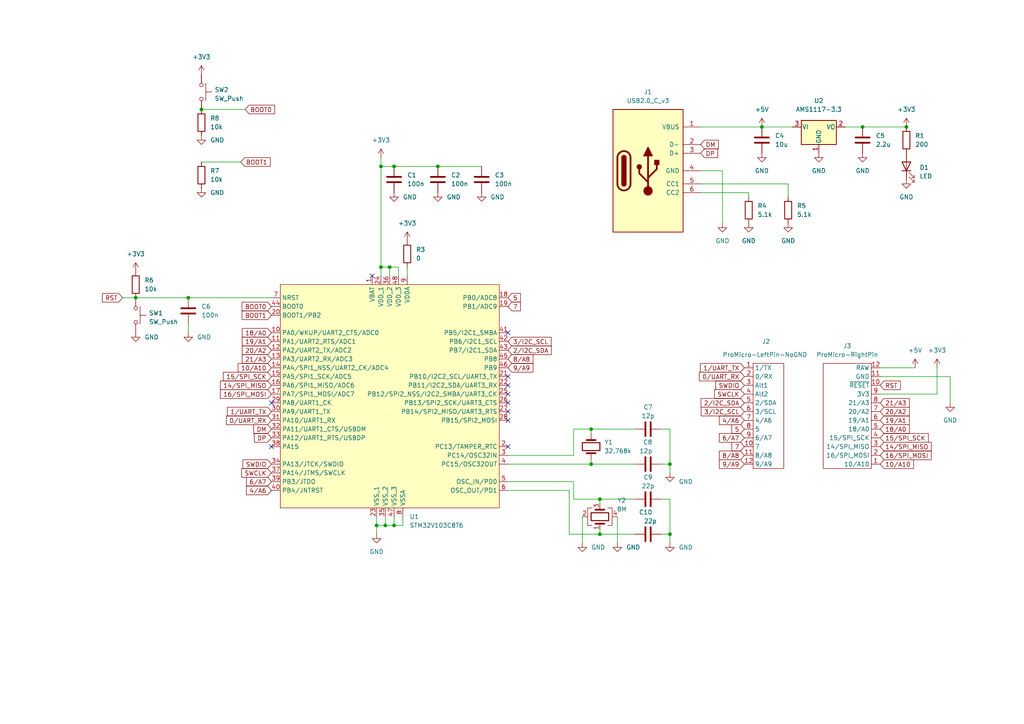
<source format=kicad_sch>
(kicad_sch (version 20230121) (generator eeschema)
  (paper "A4")
  (title_block (title "x32micro") (rev "1.1.1"))
  (lib_symbols
    (symbol "$74th:ProMicro-LeftPin-NoGND"
      (property "Reference" "J" (at 0 12.7 0))
      (property "Value" "ProMicro-LeftPin" (at 0 15.24 0))
      (symbol "ProMicro-LeftPin-NoGND_0_1"
        (rectangle (start -3.81 11.43) (end 5.08 -19.05) (stroke (width 0.1524)))
      )
      (symbol "ProMicro-LeftPin-NoGND_1_1"
        (pin bidirectional line (at -6.35 10.16 0) (length 2.54) (name "1/TX") (number "1"))
        (pin bidirectional line (at -6.35 -12.7 0) (length 2.54) (name "7") (number "10"))
        (pin bidirectional line (at -6.35 -15.24 0) (length 2.54) (name "8/A8") (number "11"))
        (pin bidirectional line (at -6.35 -17.78 0) (length 2.54) (name "9/A9") (number "12"))
        (pin bidirectional line (at -6.35 7.62 0) (length 2.54) (name "0/RX") (number "2"))
        (pin bidirectional line (at -6.35 5.08 0) (length 2.54) (name "Alt1") (number "3"))
        (pin bidirectional line (at -6.35 2.54 0) (length 2.54) (name "Alt2") (number "4"))
        (pin bidirectional line (at -6.35 0 0) (length 2.54) (name "2/SDA") (number "5"))
        (pin bidirectional line (at -6.35 -2.54 0) (length 2.54) (name "3/SCL") (number "6"))
        (pin bidirectional line (at -6.35 -5.08 0) (length 2.54) (name "4/A6") (number "7"))
        (pin bidirectional line (at -6.35 -7.62 0) (length 2.54) (name "5") (number "8"))
        (pin bidirectional line (at -6.35 -10.16 0) (length 2.54) (name "6/A7") (number "9"))
      )
    )
    (symbol "$74th:ProMicro-RightPin"
      (property "Reference" "J" (at 0 12.7 0))
      (property "Value" "ProMicro-RightPin" (at 0 15.24 0))
      (symbol "ProMicro-RightPin_0_1"
        (rectangle (start -3.81 11.43) (end 10.16 -19.05) (stroke (width 0.1524)))
      )
      (symbol "ProMicro-RightPin_1_1"
        (pin bidirectional line (at 12.7 -17.78 180) (length 2.54) (name "10/A10") (number "1"))
        (pin input line (at 12.7 5.08 180) (length 2.54) (name "~{RESET}") (number "10"))
        (pin power_in line (at 12.7 7.62 180) (length 2.54) (name "GND") (number "11"))
        (pin power_in line (at 12.7 10.16 180) (length 2.54) (name "RAW") (number "12"))
        (pin bidirectional line (at 12.7 -15.24 180) (length 2.54) (name "16/SPI_MOSI") (number "2"))
        (pin bidirectional line (at 12.7 -12.7 180) (length 2.54) (name "14/SPI_MISO") (number "3"))
        (pin bidirectional line (at 12.7 -10.16 180) (length 2.54) (name "15/SPI_SCK") (number "4"))
        (pin bidirectional line (at 12.7 -7.62 180) (length 2.54) (name "18/A0") (number "5"))
        (pin bidirectional line (at 12.7 -5.08 180) (length 2.54) (name "19/A1") (number "6"))
        (pin bidirectional line (at 12.7 -2.54 180) (length 2.54) (name "20/A2") (number "7"))
        (pin bidirectional line (at 12.7 0 180) (length 2.54) (name "21/A3") (number "8"))
        (pin power_in line (at 12.7 2.54 180) (length 2.54) (name "3V3") (number "9"))
      )
    )
    (symbol "$74th:STM32F103C8T6"
      (property "Reference" "U" (at -24.13 25.4 0))
      (property "Value" "STM32V103C8T6" (at -24.13 27.94 0))
      (symbol "STM32F103C8T6_0_1"
        (rectangle (start -31.75 22.86) (end 31.75 -41.91) (stroke (width 0.1524)) (fill (type background)))
        (rectangle (start -1.27 -15.24) (end -1.27 -15.24) (stroke (width 0.1524)))
      )
      (symbol "STM32F103C8T6_1_1"
        (pin power_in line (at -5.08 25.4 270) (length 2.54) (name "VBAT") (number "1"))
        (pin bidirectional line (at -34.29 8.89 0) (length 2.54) (name "PA0/WKUP/UART2_CTS/ADC0") (number "10"))
        (pin bidirectional line (at -34.29 6.35 0) (length 2.54) (name "PA1/UART2_RTS/ADC1") (number "11"))
        (pin bidirectional line (at -34.29 3.81 0) (length 2.54) (name "PA2/UART2_TX/ADC2") (number "12"))
        (pin bidirectional line (at -34.29 1.27 0) (length 2.54) (name "PA3/UART2_RX/ADC3") (number "13"))
        (pin bidirectional line (at -34.29 -1.27 0) (length 2.54) (name "PA4/SPI1_NSS/UART2_CK/ADC4") (number "14"))
        (pin bidirectional line (at -34.29 -3.81 0) (length 2.54) (name "PA5/SPI1_SCK/ADC5") (number "15"))
        (pin bidirectional line (at -34.29 -6.35 0) (length 2.54) (name "PA6/SPI1_MISO/ADC6") (number "16"))
        (pin bidirectional line (at -34.29 -8.89 0) (length 2.54) (name "PA7/SPI1_MOSI/ADC7") (number "17"))
        (pin bidirectional line (at 34.29 19.05 180) (length 2.54) (name "PB0/ADC8") (number "18"))
        (pin bidirectional line (at 34.29 16.51 180) (length 2.54) (name "PB1/ADC9") (number "19"))
        (pin bidirectional line (at 34.29 -24.13 180) (length 2.54) (name "PC13/TAMPER_RTC") (number "2"))
        (pin bidirectional line (at -34.29 13.97 0) (length 2.54) (name "BOOT1/PB2") (number "20"))
        (pin bidirectional line (at 34.29 -3.81 180) (length 2.54) (name "PB10/I2C2_SCL/UART3_TX") (number "21"))
        (pin bidirectional line (at 34.29 -6.35 180) (length 2.54) (name "PB11/I2C2_SDA/UART3_RX") (number "22"))
        (pin power_in line (at -3.81 -44.45 90) (length 2.54) (name "VSS_1") (number "23"))
        (pin power_in line (at -2.54 25.4 270) (length 2.54) (name "VDD_1") (number "24"))
        (pin bidirectional line (at 34.29 -8.89 180) (length 2.54) (name "PB12/SPI2_NSS/I2C2_SMBA/UART3_CK") (number "25"))
        (pin bidirectional line (at 34.29 -11.43 180) (length 2.54) (name "PB13/SPI2_SCK/UART3_CTS") (number "26"))
        (pin bidirectional line (at 34.29 -13.97 180) (length 2.54) (name "PB14/SPI2_MISO/UART3_RTS") (number "27"))
        (pin bidirectional line (at 34.29 -16.51 180) (length 2.54) (name "PB15/SPI2_MOSI") (number "28"))
        (pin bidirectional line (at -34.29 -11.43 0) (length 2.54) (name "PA8/UART1_CK") (number "29"))
        (pin bidirectional line (at 34.29 -26.67 180) (length 2.54) (name "PC14/OSC32IN") (number "3"))
        (pin bidirectional line (at -34.29 -13.97 0) (length 2.54) (name "PA9/UART1_TX") (number "30"))
        (pin bidirectional line (at -34.29 -16.51 0) (length 2.54) (name "PA10/UART1_RX") (number "31"))
        (pin bidirectional line (at -34.29 -19.05 0) (length 2.54) (name "PA11/UART1_CTS/USBDM") (number "32"))
        (pin bidirectional line (at -34.29 -21.59 0) (length 2.54) (name "PA12/UART1_RTS/USBDP") (number "33"))
        (pin bidirectional line (at -34.29 -29.21 0) (length 2.54) (name "PA13/JTCK/SWDIO") (number "34"))
        (pin power_in line (at -1.27 -44.45 90) (length 2.54) (name "VSS_2") (number "35"))
        (pin power_in line (at 0 25.4 270) (length 2.54) (name "VDD_2") (number "36"))
        (pin bidirectional line (at -34.29 -31.75 0) (length 2.54) (name "PA14/JTMS/SWCLK") (number "37"))
        (pin bidirectional line (at -34.29 -24.13 0) (length 2.54) (name "PA15") (number "38"))
        (pin bidirectional line (at -34.29 -34.29 0) (length 2.54) (name "PB3/JTDO") (number "39"))
        (pin bidirectional line (at 34.29 -29.21 180) (length 2.54) (name "PC15/OSC32OUT") (number "4"))
        (pin bidirectional line (at -34.29 -36.83 0) (length 2.54) (name "PB4/JNTRST") (number "40"))
        (pin bidirectional line (at 34.29 8.89 180) (length 2.54) (name "PB5/I2C1_SMBA") (number "41"))
        (pin bidirectional line (at 34.29 6.35 180) (length 2.54) (name "PB6/I2C1_SCL") (number "42"))
        (pin bidirectional line (at 34.29 3.81 180) (length 2.54) (name "PB7/I2C1_SDA") (number "43"))
        (pin input line (at -34.29 16.51 0) (length 2.54) (name "BOOT0") (number "44"))
        (pin bidirectional line (at 34.29 1.27 180) (length 2.54) (name "PB8") (number "45"))
        (pin bidirectional line (at 34.29 -1.27 180) (length 2.54) (name "PB9") (number "46"))
        (pin power_in line (at 1.27 -44.45 90) (length 2.54) (name "VSS_3") (number "47"))
        (pin power_in line (at 2.54 25.4 270) (length 2.54) (name "VDD_3") (number "48"))
        (pin bidirectional line (at 34.29 -34.29 180) (length 2.54) (name "OSC_IN/PD0") (number "5"))
        (pin bidirectional line (at 34.29 -36.83 180) (length 2.54) (name "OSC_OUT/PD1") (number "6"))
        (pin input line (at -34.29 19.05 0) (length 2.54) (name "NRST") (number "7"))
        (pin input line (at 3.81 -44.45 90) (length 2.54) (name "VSSA") (number "8"))
        (pin input line (at 5.08 25.4 270) (length 2.54) (name "VDDA") (number "9"))
      )
    )
    (symbol "$74th:USB2.0_C_v3" (pin_names (offset 1.016))
      (property "Reference" "J" (at -10.16 19.05 0))
      (property "Value" "USB2.0_C_v3" (at 12.7 19.05 0))
      (symbol "USB2.0_C_v3_0_1"
        (rectangle (start -10.16 17.78) (end 10.16 -17.78) (stroke (width 0.254)) (fill (type background)))
        (arc (start -8.89 -3.81) (mid -6.985 -5.7067) (end -5.08 -3.81) (stroke (width 0.508)))
        (arc (start -7.62 -3.81) (mid -6.985 -4.4423) (end -6.35 -3.81) (stroke (width 0.254)))
        (arc (start -7.62 -3.81) (mid -6.985 -4.4423) (end -6.35 -3.81) (stroke (width 0.254)) (fill (type outline)))
        (rectangle (start -7.62 -3.81) (end -6.35 3.81) (stroke (width 0.254)) (fill (type outline)))
        (arc (start -6.35 3.81) (mid -6.985 4.4423) (end -7.62 3.81) (stroke (width 0.254)))
        (arc (start -6.35 3.81) (mid -6.985 4.4423) (end -7.62 3.81) (stroke (width 0.254)) (fill (type outline)))
        (arc (start -5.08 3.81) (mid -6.985 5.7067) (end -8.89 3.81) (stroke (width 0.508)))
        (circle (center -2.54 1.143) (radius 0.635) (stroke (width 0.254)) (fill (type outline)))
        (circle (center 0 -5.842) (radius 1.27) (fill (type outline)))
        (polyline (pts (xy -8.89 -3.81) (xy -8.89 3.81)) (stroke (width 0.508)))
        (polyline (pts (xy -5.08 3.81) (xy -5.08 -3.81)) (stroke (width 0.508)))
        (polyline (pts (xy 0 -5.842) (xy 0 4.318)) (stroke (width 0.508)))
        (polyline (pts (xy 0 -3.302) (xy -2.54 -0.762) (xy -2.54 0.508)) (stroke (width 0.508)))
        (polyline (pts (xy 0 -2.032) (xy 2.54 0.508) (xy 2.54 1.778)) (stroke (width 0.508)))
        (polyline (pts (xy -1.27 4.318) (xy 0 6.858) (xy 1.27 4.318) (xy -1.27 4.318)) (stroke (width 0.254)) (fill (type outline)))
        (rectangle (start 1.905 1.778) (end 3.175 3.048) (stroke (width 0.254)) (fill (type outline)))
      )
      (symbol "USB2.0_C_v3_1_1"
        (pin power_out line (at 15.24 12.7 180) (length 5.08) (name "VBUS") (number "1"))
        (pin bidirectional line (at 15.24 7.62 180) (length 5.08) (name "D-") (number "2"))
        (pin bidirectional line (at 15.24 5.08 180) (length 5.08) (name "D+") (number "3"))
        (pin power_out line (at 15.24 0 180) (length 5.08) (name "GND") (number "4"))
        (pin bidirectional line (at 15.24 -3.81 180) (length 5.08) (name "CC1") (number "5"))
        (pin bidirectional line (at 15.24 -6.35 180) (length 5.08) (name "CC2") (number "6"))
      )
    )
    (symbol "Device:C" (pin_numbers hide) (pin_names (offset 0.254))
      (property "Reference" "C" (at 0.635 2.54 0))
      (property "Value" "C" (at 0.635 -2.54 0))
      (symbol "C_0_1"
        (polyline (pts (xy -2.032 -0.762) (xy 2.032 -0.762)) (stroke (width 0.508)))
        (polyline (pts (xy -2.032 0.762) (xy 2.032 0.762)) (stroke (width 0.508)))
      )
      (symbol "C_1_1"
        (pin passive line (at 0 3.81 270) (length 2.794) (name "~") (number "1"))
        (pin passive line (at 0 -3.81 90) (length 2.794) (name "~") (number "2"))
      )
    )
    (symbol "Device:Crystal" (pin_numbers hide) (pin_names (offset 1.016) hide)
      (property "Reference" "Y" (at 0 3.81 0))
      (property "Value" "Crystal" (at 0 -3.81 0))
      (symbol "Crystal_0_1"
        (rectangle (start -1.143 2.54) (end 1.143 -2.54) (stroke (width 0.3048)))
        (polyline (pts (xy -2.54 0) (xy -1.905 0)))
        (polyline (pts (xy -1.905 -1.27) (xy -1.905 1.27)) (stroke (width 0.508)))
        (polyline (pts (xy 1.905 -1.27) (xy 1.905 1.27)) (stroke (width 0.508)))
        (polyline (pts (xy 2.54 0) (xy 1.905 0)))
      )
      (symbol "Crystal_1_1"
        (pin passive line (at -3.81 0 0) (length 1.27) (name "1") (number "1"))
        (pin passive line (at 3.81 0 180) (length 1.27) (name "2") (number "2"))
      )
    )
    (symbol "Device:Crystal_GND24" (pin_names (offset 1.016) hide)
      (property "Reference" "Y" (at 3.175 5.08 0))
      (property "Value" "Crystal_GND24" (at 3.175 3.175 0))
      (symbol "Crystal_GND24_0_1"
        (rectangle (start -1.143 2.54) (end 1.143 -2.54) (stroke (width 0.3048)))
        (polyline (pts (xy -2.54 0) (xy -2.032 0)))
        (polyline (pts (xy -2.032 -1.27) (xy -2.032 1.27)) (stroke (width 0.508)))
        (polyline (pts (xy 0 -3.81) (xy 0 -3.556)))
        (polyline (pts (xy 0 3.556) (xy 0 3.81)))
        (polyline (pts (xy 2.032 -1.27) (xy 2.032 1.27)) (stroke (width 0.508)))
        (polyline (pts (xy 2.032 0) (xy 2.54 0)))
        (polyline (pts (xy -2.54 -2.286) (xy -2.54 -3.556) (xy 2.54 -3.556) (xy 2.54 -2.286)))
        (polyline (pts (xy -2.54 2.286) (xy -2.54 3.556) (xy 2.54 3.556) (xy 2.54 2.286)))
      )
      (symbol "Crystal_GND24_1_1"
        (pin passive line (at -3.81 0 0) (length 1.27) (name "1") (number "1"))
        (pin passive line (at 0 5.08 270) (length 1.27) (name "2") (number "2"))
        (pin passive line (at 3.81 0 180) (length 1.27) (name "3") (number "3"))
        (pin passive line (at 0 -5.08 90) (length 1.27) (name "4") (number "4"))
      )
    )
    (symbol "Device:LED" (pin_numbers hide) (pin_names (offset 1.016) hide)
      (property "Reference" "D" (at 0 2.54 0))
      (property "Value" "LED" (at 0 -2.54 0))
      (symbol "LED_0_1"
        (polyline (pts (xy -1.27 -1.27) (xy -1.27 1.27)) (stroke (width 0.254)))
        (polyline (pts (xy -1.27 0) (xy 1.27 0)))
        (polyline (pts (xy 1.27 -1.27) (xy 1.27 1.27) (xy -1.27 0) (xy 1.27 -1.27)) (stroke (width 0.254)))
        (polyline (pts (xy -3.048 -0.762) (xy -4.572 -2.286) (xy -3.81 -2.286) (xy -4.572 -2.286) (xy -4.572 -1.524)))
        (polyline (pts (xy -1.778 -0.762) (xy -3.302 -2.286) (xy -2.54 -2.286) (xy -3.302 -2.286) (xy -3.302 -1.524)))
      )
      (symbol "LED_1_1"
        (pin passive line (at -3.81 0 0) (length 2.54) (name "K") (number "1"))
        (pin passive line (at 3.81 0 180) (length 2.54) (name "A") (number "2"))
      )
    )
    (symbol "Device:R" (pin_numbers hide) (pin_names (offset 0))
      (property "Reference" "R" (at 2.032 0 90))
      (property "Value" "R" (at 0 0 90))
      (symbol "R_0_1"
        (rectangle (start -1.016 -2.54) (end 1.016 2.54) (stroke (width 0.254)))
      )
      (symbol "R_1_1"
        (pin passive line (at 0 3.81 270) (length 1.27) (name "~") (number "1"))
        (pin passive line (at 0 -3.81 90) (length 1.27) (name "~") (number "2"))
      )
    )
    (symbol "Regulator_Linear:AMS1117-3.3" (pin_names (offset 0.254))
      (property "Reference" "U" (at -3.81 3.175 0))
      (property "Value" "AMS1117-3.3" (at 0 3.175 0))
      (symbol "AMS1117-3.3_0_1"
        (rectangle (start -5.08 -5.08) (end 5.08 1.905) (stroke (width 0.254)) (fill (type background)))
      )
      (symbol "AMS1117-3.3_1_1"
        (pin power_in line (at 0 -7.62 90) (length 2.54) (name "GND") (number "1"))
        (pin power_out line (at 7.62 0 180) (length 2.54) (name "VO") (number "2"))
        (pin power_in line (at -7.62 0 0) (length 2.54) (name "VI") (number "3"))
      )
    )
    (symbol "Switch:SW_Push" (pin_numbers hide) (pin_names (offset 1.016) hide)
      (property "Reference" "SW" (at 1.27 2.54 0))
      (property "Value" "SW_Push" (at 0 -1.524 0))
      (symbol "SW_Push_0_1"
        (circle (center -2.032 0) (radius 0.508))
        (polyline (pts (xy 0 1.27) (xy 0 3.048)))
        (polyline (pts (xy 2.54 1.27) (xy -2.54 1.27)))
        (circle (center 2.032 0) (radius 0.508))
        (pin passive line (at -5.08 0 0) (length 2.54) (name "1") (number "1"))
        (pin passive line (at 5.08 0 180) (length 2.54) (name "2") (number "2"))
      )
    )
    (symbol "power:+3V3" (power) (pin_names (offset 0))
      (property "Value" "+3V3" (at 0 3.556 0))
      (symbol "+3V3_0_1"
        (polyline (pts (xy -0.762 1.27) (xy 0 2.54)))
        (polyline (pts (xy 0 0) (xy 0 2.54)))
        (polyline (pts (xy 0 2.54) (xy 0.762 1.27)))
      )
      (symbol "+3V3_1_1"
        (pin power_in line (at 0 0 90) (length 0) hide (name "+3V3") (number "1"))
      )
    )
    (symbol "power:+5V" (power) (pin_names (offset 0))
      (property "Value" "+5V" (at 0 3.556 0))
      (symbol "+5V_0_1"
        (polyline (pts (xy -0.762 1.27) (xy 0 2.54)))
        (polyline (pts (xy 0 0) (xy 0 2.54)))
        (polyline (pts (xy 0 2.54) (xy 0.762 1.27)))
      )
      (symbol "+5V_1_1"
        (pin power_in line (at 0 0 90) (length 0) hide (name "+5V") (number "1"))
      )
    )
    (symbol "power:GND" (power) (pin_names (offset 0))
      (property "Value" "GND" (at 0 -3.81 0))
      (symbol "GND_0_1"
        (polyline (pts (xy 0 0) (xy 0 -1.27) (xy 1.27 -1.27) (xy 0 -2.54) (xy -1.27 -1.27) (xy 0 -1.27)))
      )
      (symbol "GND_1_1"
        (pin power_in line (at 0 0 270) (length 0) hide (name "GND") (number "1"))
      )
    )
  )
  (junction (at 110.49 48.26))
  (junction (at 250.19 36.83))
  (junction (at 173.99 144.78))
  (junction (at 127 48.26))
  (junction (at 58.42 31.75))
  (junction (at 39.37 86.36))
  (junction (at 171.45 134.62))
  (junction (at 194.31 134.62))
  (junction (at 54.61 86.36))
  (junction (at 109.22 152.4))
  (junction (at 262.89 36.83))
  (junction (at 194.31 154.94))
  (junction (at 110.49 77.47))
  (junction (at 171.45 124.46))
  (junction (at 113.03 77.47))
  (junction (at 220.98 36.83))
  (junction (at 111.76 152.4))
  (junction (at 114.3 48.26))
  (junction (at 114.3 152.4))
  (junction (at 173.99 154.94))
  (no_connect (at 147.32 111.76))
  (no_connect (at 147.32 109.22))
  (no_connect (at 147.32 119.38))
  (no_connect (at 147.32 114.3))
  (no_connect (at 78.74 116.84))
  (no_connect (at 107.95 80.01))
  (no_connect (at 147.32 121.92))
  (no_connect (at 147.32 116.84))
  (no_connect (at 147.32 96.52))
  (no_connect (at 147.32 129.54))
  (no_connect (at 78.74 129.54))
  (wire (pts (xy 245.11 36.83) (xy 250.19 36.83)))
  (wire (pts (xy 194.31 157.48) (xy 194.31 154.94)))
  (wire (pts (xy 114.3 48.26) (xy 127 48.26)))
  (wire (pts (xy 171.45 134.62) (xy 184.15 134.62)))
  (wire (pts (xy 109.22 152.4) (xy 109.22 154.94)))
  (wire (pts (xy 271.78 114.3) (xy 271.78 106.68)))
  (wire (pts (xy 173.99 153.67) (xy 173.99 154.94)))
  (wire (pts (xy 58.42 46.99) (xy 69.85 46.99)))
  (wire (pts (xy 217.17 55.88) (xy 217.17 57.15)))
  (wire (pts (xy 209.55 49.53) (xy 209.55 64.77)))
  (wire (pts (xy 171.45 124.46) (xy 184.15 124.46)))
  (wire (pts (xy 194.31 137.16) (xy 194.31 134.62)))
  (wire (pts (xy 110.49 48.26) (xy 114.3 48.26)))
  (wire (pts (xy 113.03 77.47) (xy 113.03 80.01)))
  (wire (pts (xy 110.49 48.26) (xy 110.49 77.47)))
  (wire (pts (xy 228.6 53.34) (xy 228.6 57.15)))
  (wire (pts (xy 115.57 77.47) (xy 113.03 77.47)))
  (wire (pts (xy 203.2 53.34) (xy 228.6 53.34)))
  (wire (pts (xy 54.61 96.52) (xy 54.61 93.98)))
  (wire (pts (xy 173.99 144.78) (xy 184.15 144.78)))
  (wire (pts (xy 179.07 149.86) (xy 179.07 157.48)))
  (wire (pts (xy 194.31 124.46) (xy 191.77 124.46)))
  (wire (pts (xy 168.91 149.86) (xy 168.91 157.48)))
  (wire (pts (xy 114.3 149.86) (xy 114.3 152.4)))
  (wire (pts (xy 111.76 149.86) (xy 111.76 152.4)))
  (wire (pts (xy 111.76 152.4) (xy 109.22 152.4)))
  (wire (pts (xy 203.2 49.53) (xy 209.55 49.53)))
  (wire (pts (xy 194.31 144.78) (xy 194.31 154.94)))
  (wire (pts (xy 116.84 149.86) (xy 116.84 152.4)))
  (wire (pts (xy 110.49 77.47) (xy 110.49 80.01)))
  (wire (pts (xy 109.22 149.86) (xy 109.22 152.4)))
  (wire (pts (xy 250.19 36.83) (xy 262.89 36.83)))
  (wire (pts (xy 114.3 152.4) (xy 111.76 152.4)))
  (wire (pts (xy 54.61 86.36) (xy 78.74 86.36)))
  (wire (pts (xy 165.1 154.94) (xy 173.99 154.94)))
  (wire (pts (xy 255.27 114.3) (xy 271.78 114.3)))
  (wire (pts (xy 173.99 144.78) (xy 173.99 146.05)))
  (wire (pts (xy 194.31 134.62) (xy 191.77 134.62)))
  (wire (pts (xy 147.32 134.62) (xy 171.45 134.62)))
  (wire (pts (xy 165.1 142.24) (xy 165.1 154.94)))
  (wire (pts (xy 173.99 154.94) (xy 184.15 154.94)))
  (wire (pts (xy 127 48.26) (xy 139.7 48.26)))
  (wire (pts (xy 166.37 139.7) (xy 166.37 144.78)))
  (wire (pts (xy 171.45 125.73) (xy 171.45 124.46)))
  (wire (pts (xy 115.57 77.47) (xy 115.57 80.01)))
  (wire (pts (xy 110.49 45.72) (xy 110.49 48.26)))
  (wire (pts (xy 166.37 124.46) (xy 171.45 124.46)))
  (wire (pts (xy 147.32 142.24) (xy 165.1 142.24)))
  (wire (pts (xy 166.37 144.78) (xy 173.99 144.78)))
  (wire (pts (xy 58.42 31.75) (xy 71.12 31.75)))
  (wire (pts (xy 118.11 80.01) (xy 118.11 77.47)))
  (wire (pts (xy 203.2 55.88) (xy 217.17 55.88)))
  (wire (pts (xy 194.31 124.46) (xy 194.31 134.62)))
  (wire (pts (xy 171.45 133.35) (xy 171.45 134.62)))
  (wire (pts (xy 39.37 86.36) (xy 54.61 86.36)))
  (wire (pts (xy 147.32 132.08) (xy 166.37 132.08)))
  (wire (pts (xy 35.56 86.36) (xy 39.37 86.36)))
  (wire (pts (xy 275.59 109.22) (xy 275.59 116.84)))
  (wire (pts (xy 194.31 154.94) (xy 191.77 154.94)))
  (wire (pts (xy 147.32 139.7) (xy 166.37 139.7)))
  (wire (pts (xy 255.27 106.68) (xy 265.43 106.68)))
  (wire (pts (xy 194.31 144.78) (xy 191.77 144.78)))
  (wire (pts (xy 166.37 132.08) (xy 166.37 124.46)))
  (wire (pts (xy 203.2 36.83) (xy 220.98 36.83)))
  (wire (pts (xy 116.84 152.4) (xy 114.3 152.4)))
  (wire (pts (xy 255.27 109.22) (xy 275.59 109.22)))
  (wire (pts (xy 113.03 77.47) (xy 110.49 77.47)))
  (wire (pts (xy 220.98 36.83) (xy 229.87 36.83)))
  (global_label "15{slash}SPI_SCK" (shape input) (at 255.27 127 0) (property "Intersheetrefs" "${INTERSHEET_REFS}" (effects hide)) (property "シート間のリファレンス" "${INTERSHEET_REFS}" (effects hide)))
  (global_label "5" (shape input) (at 215.9 124.46 180) (property "Intersheetrefs" "${INTERSHEET_REFS}" (effects hide)) (property "シート間のリファレンス" "${INTERSHEET_REFS}" (effects hide)))
  (global_label "8{slash}A8" (shape input) (at 215.9 132.08 180) (property "Intersheetrefs" "${INTERSHEET_REFS}" (effects hide)) (property "シート間のリファレンス" "${INTERSHEET_REFS}" (effects hide)))
  (global_label "5" (shape input) (at 147.32 86.36 0) (property "Intersheetrefs" "${INTERSHEET_REFS}" (effects hide)) (property "シート間のリファレンス" "${INTERSHEET_REFS}" (effects hide)))
  (global_label "20{slash}A2" (shape input) (at 255.27 119.38 0) (property "Intersheetrefs" "${INTERSHEET_REFS}" (effects hide)) (property "シート間のリファレンス" "${INTERSHEET_REFS}" (effects hide)))
  (global_label "0{slash}UART_RX" (shape input) (at 215.9 109.22 180) (property "Intersheetrefs" "${INTERSHEET_REFS}" (effects hide)) (property "シート間のリファレンス" "${INTERSHEET_REFS}" (effects hide)))
  (global_label "9{slash}A9" (shape input) (at 215.9 134.62 180) (property "Intersheetrefs" "${INTERSHEET_REFS}" (effects hide)) (property "シート間のリファレンス" "${INTERSHEET_REFS}" (effects hide)))
  (global_label "19{slash}A1" (shape input) (at 255.27 121.92 0) (property "Intersheetrefs" "${INTERSHEET_REFS}" (effects hide)) (property "シート間のリファレンス" "${INTERSHEET_REFS}" (effects hide)))
  (global_label "21{slash}A3" (shape input) (at 78.74 104.14 180) (property "Intersheetrefs" "${INTERSHEET_REFS}" (effects hide)) (property "シート間のリファレンス" "${INTERSHEET_REFS}" (effects hide)))
  (global_label "4{slash}A6" (shape input) (at 215.9 121.92 180) (property "Intersheetrefs" "${INTERSHEET_REFS}" (effects hide)) (property "シート間のリファレンス" "${INTERSHEET_REFS}" (effects hide)))
  (global_label "BOOT0" (shape input) (at 71.12 31.75 0) (property "Intersheetrefs" "${INTERSHEET_REFS}" (effects hide)) (property "シート間のリファレンス" "${INTERSHEET_REFS}" (effects hide)))
  (global_label "14{slash}SPI_MISO" (shape input) (at 255.27 129.54 0) (property "Intersheetrefs" "${INTERSHEET_REFS}" (effects hide)) (property "シート間のリファレンス" "${INTERSHEET_REFS}" (effects hide)))
  (global_label "1{slash}UART_TX" (shape input) (at 215.9 106.68 180) (property "Intersheetrefs" "${INTERSHEET_REFS}" (effects hide)) (property "シート間のリファレンス" "${INTERSHEET_REFS}" (effects hide)))
  (global_label "8{slash}A8" (shape input) (at 147.32 104.14 0) (property "Intersheetrefs" "${INTERSHEET_REFS}" (effects hide)) (property "シート間のリファレンス" "${INTERSHEET_REFS}" (effects hide)))
  (global_label "4{slash}A6" (shape input) (at 78.74 142.24 180) (property "Intersheetrefs" "${INTERSHEET_REFS}" (effects hide)) (property "シート間のリファレンス" "${INTERSHEET_REFS}" (effects hide)))
  (global_label "BOOT1" (shape input) (at 78.74 91.44 180) (property "Intersheetrefs" "${INTERSHEET_REFS}" (effects hide)) (property "シート間のリファレンス" "${INTERSHEET_REFS}" (effects hide)))
  (global_label "2{slash}I2C_SDA" (shape input) (at 147.32 101.6 0) (property "Intersheetrefs" "${INTERSHEET_REFS}" (effects hide)) (property "シート間のリファレンス" "${INTERSHEET_REFS}" (effects hide)))
  (global_label "3{slash}I2C_SCL" (shape input) (at 147.32 99.06 0) (property "Intersheetrefs" "${INTERSHEET_REFS}" (effects hide)) (property "シート間のリファレンス" "${INTERSHEET_REFS}" (effects hide)))
  (global_label "DM" (shape input) (at 203.2 41.91 0) (property "Intersheetrefs" "${INTERSHEET_REFS}" (effects hide)) (property "シート間のリファレンス" "${INTERSHEET_REFS}" (effects hide)))
  (global_label "9{slash}A9" (shape input) (at 147.32 106.68 0) (property "Intersheetrefs" "${INTERSHEET_REFS}" (effects hide)) (property "シート間のリファレンス" "${INTERSHEET_REFS}" (effects hide)))
  (global_label "19{slash}A1" (shape input) (at 78.74 99.06 180) (property "Intersheetrefs" "${INTERSHEET_REFS}" (effects hide)) (property "シート間のリファレンス" "${INTERSHEET_REFS}" (effects hide)))
  (global_label "15{slash}SPI_SCK" (shape input) (at 78.74 109.22 180) (property "Intersheetrefs" "${INTERSHEET_REFS}" (effects hide)) (property "シート間のリファレンス" "${INTERSHEET_REFS}" (effects hide)))
  (global_label "3{slash}I2C_SCL" (shape input) (at 215.9 119.38 180) (property "Intersheetrefs" "${INTERSHEET_REFS}" (effects hide)) (property "シート間のリファレンス" "${INTERSHEET_REFS}" (effects hide)))
  (global_label "10{slash}A10" (shape input) (at 78.74 106.68 180) (property "Intersheetrefs" "${INTERSHEET_REFS}" (effects hide)) (property "シート間のリファレンス" "${INTERSHEET_REFS}" (effects hide)))
  (global_label "DM" (shape input) (at 78.74 124.46 180) (property "Intersheetrefs" "${INTERSHEET_REFS}" (effects hide)) (property "シート間のリファレンス" "${INTERSHEET_REFS}" (effects hide)))
  (global_label "2{slash}I2C_SDA" (shape input) (at 215.9 116.84 180) (property "Intersheetrefs" "${INTERSHEET_REFS}" (effects hide)) (property "シート間のリファレンス" "${INTERSHEET_REFS}" (effects hide)))
  (global_label "7" (shape input) (at 215.9 129.54 180) (property "Intersheetrefs" "${INTERSHEET_REFS}" (effects hide)) (property "シート間のリファレンス" "${INTERSHEET_REFS}" (effects hide)))
  (global_label "SWDIO" (shape input) (at 215.9 111.76 180) (property "Intersheetrefs" "${INTERSHEET_REFS}" (effects hide)))
  (global_label "18{slash}A0" (shape input) (at 255.27 124.46 0) (property "Intersheetrefs" "${INTERSHEET_REFS}" (effects hide)) (property "シート間のリファレンス" "${INTERSHEET_REFS}" (effects hide)))
  (global_label "6{slash}A7" (shape input) (at 215.9 127 180) (property "Intersheetrefs" "${INTERSHEET_REFS}" (effects hide)) (property "シート間のリファレンス" "${INTERSHEET_REFS}" (effects hide)))
  (global_label "SWCLK" (shape input) (at 78.74 137.16 180) (property "Intersheetrefs" "${INTERSHEET_REFS}" (effects hide)))
  (global_label "21{slash}A3" (shape input) (at 255.27 116.84 0) (property "Intersheetrefs" "${INTERSHEET_REFS}" (effects hide)) (property "シート間のリファレンス" "${INTERSHEET_REFS}" (effects hide)))
  (global_label "16{slash}SPI_MOSI" (shape input) (at 78.74 114.3 180) (property "Intersheetrefs" "${INTERSHEET_REFS}" (effects hide)) (property "シート間のリファレンス" "${INTERSHEET_REFS}" (effects hide)))
  (global_label "1{slash}UART_TX" (shape input) (at 78.74 119.38 180) (property "Intersheetrefs" "${INTERSHEET_REFS}" (effects hide)) (property "シート間のリファレンス" "${INTERSHEET_REFS}" (effects hide)))
  (global_label "16{slash}SPI_MOSI" (shape input) (at 255.27 132.08 0) (property "Intersheetrefs" "${INTERSHEET_REFS}" (effects hide)) (property "シート間のリファレンス" "${INTERSHEET_REFS}" (effects hide)))
  (global_label "7" (shape input) (at 147.32 88.9 0) (property "Intersheetrefs" "${INTERSHEET_REFS}" (effects hide)) (property "シート間のリファレンス" "${INTERSHEET_REFS}" (effects hide)))
  (global_label "0{slash}UART_RX" (shape input) (at 78.74 121.92 180) (property "Intersheetrefs" "${INTERSHEET_REFS}" (effects hide)) (property "シート間のリファレンス" "${INTERSHEET_REFS}" (effects hide)))
  (global_label "DP" (shape input) (at 203.2 44.45 0) (property "Intersheetrefs" "${INTERSHEET_REFS}" (effects hide)) (property "シート間のリファレンス" "${INTERSHEET_REFS}" (effects hide)))
  (global_label "6{slash}A7" (shape input) (at 78.74 139.7 180) (property "Intersheetrefs" "${INTERSHEET_REFS}" (effects hide)) (property "シート間のリファレンス" "${INTERSHEET_REFS}" (effects hide)))
  (global_label "RST" (shape input) (at 255.27 111.76 0) (property "Intersheetrefs" "${INTERSHEET_REFS}" (effects hide)) (property "シート間のリファレンス" "${INTERSHEET_REFS}" (effects hide)))
  (global_label "BOOT1" (shape input) (at 69.85 46.99 0) (property "Intersheetrefs" "${INTERSHEET_REFS}" (effects hide)) (property "シート間のリファレンス" "${INTERSHEET_REFS}" (effects hide)))
  (global_label "DP" (shape input) (at 78.74 127 180) (property "Intersheetrefs" "${INTERSHEET_REFS}" (effects hide)) (property "シート間のリファレンス" "${INTERSHEET_REFS}" (effects hide)))
  (global_label "14{slash}SPI_MISO" (shape input) (at 78.74 111.76 180) (property "Intersheetrefs" "${INTERSHEET_REFS}" (effects hide)) (property "シート間のリファレンス" "${INTERSHEET_REFS}" (effects hide)))
  (global_label "SWCLK" (shape input) (at 215.9 114.3 180) (property "Intersheetrefs" "${INTERSHEET_REFS}" (effects hide)))
  (global_label "18{slash}A0" (shape input) (at 78.74 96.52 180) (property "Intersheetrefs" "${INTERSHEET_REFS}" (effects hide)) (property "シート間のリファレンス" "${INTERSHEET_REFS}" (effects hide)))
  (global_label "10{slash}A10" (shape input) (at 255.27 134.62 0) (property "Intersheetrefs" "${INTERSHEET_REFS}" (effects hide)) (property "シート間のリファレンス" "${INTERSHEET_REFS}" (effects hide)))
  (global_label "SWDIO" (shape input) (at 78.74 134.62 180) (property "Intersheetrefs" "${INTERSHEET_REFS}" (effects hide)))
  (global_label "RST" (shape input) (at 35.56 86.36 180) (property "Intersheetrefs" "${INTERSHEET_REFS}" (effects hide)) (property "シート間のリファレンス" "${INTERSHEET_REFS}" (effects hide)))
  (global_label "20{slash}A2" (shape input) (at 78.74 101.6 180) (property "Intersheetrefs" "${INTERSHEET_REFS}" (effects hide)) (property "シート間のリファレンス" "${INTERSHEET_REFS}" (effects hide)))
  (global_label "BOOT0" (shape input) (at 78.74 88.9 180) (property "Intersheetrefs" "${INTERSHEET_REFS}" (effects hide)) (property "シート間のリファレンス" "${INTERSHEET_REFS}" (effects hide)))
  (symbol (lib_id "Device:R") (at 118.11 73.66 0) (unit 1)
    (property "Reference" "R3" (at 120.65 72.3899 0) (effects (justify left)))
    (property "Value" "0" (at 120.65 74.9299 0) (effects (justify left)))
    (property "Footprint" "$74th:Register_0805_2012" (effects hide))
  )
  (symbol (lib_id "Device:R") (at 262.89 40.64 0) (unit 1)
    (property "Reference" "R1" (at 265.43 39.3699 0) (effects (justify left)))
    (property "Value" "200" (at 265.43 41.9099 0) (effects (justify left)))
    (property "Footprint" "$74th:Register_0805_2012" (effects hide))
  )
  (symbol (lib_id "Device:C") (at 114.3 52.07 0) (unit 1)
    (property "Reference" "C1" (at 118.11 50.7999 0) (effects (justify left)))
    (property "Value" "100n" (at 118.11 53.3399 0) (effects (justify left)))
    (property "Footprint" "$74th:Capacitor_0805_2012" (effects hide))
  )
  (symbol (lib_id "power:GND") (at 217.17 64.77 0) (unit 1)
    (property "Reference" "#PWR0123" (effects hide))
    (property "Value" "GND" (at 217.17 69.85 0))
  )
  (symbol (lib_id "power:GND") (at 209.55 64.77 0) (unit 1)
    (property "Reference" "#PWR0124" (effects hide))
    (property "Value" "GND" (at 209.55 69.85 0))
  )
  (symbol (lib_id "power:GND") (at 109.22 154.94 0) (unit 1)
    (property "Reference" "#PWR0101" (effects hide))
    (property "Value" "GND" (at 109.22 160.02 0))
  )
  (symbol (lib_id "power:GND") (at 237.49 44.45 0) (unit 1)
    (property "Reference" "#PWR0120" (effects hide))
    (property "Value" "GND" (at 237.49 49.53 0))
  )
  (symbol (lib_id "power:GND") (at 179.07 157.48 0) (unit 1)
    (property "Reference" "#PWR0126" (effects hide))
    (property "Value" "GND" (at 181.61 158.7499 0) (effects (justify left)))
  )
  (symbol (lib_id "power:GND") (at 54.61 96.52 0) (unit 1)
    (property "Reference" "#PWR0111" (effects hide))
    (property "Value" "GND" (at 57.15 97.7899 0) (effects (justify left)))
  )
  (symbol (lib_id "power:GND") (at 250.19 44.45 0) (unit 1)
    (property "Reference" "#PWR0108" (effects hide))
    (property "Value" "GND" (at 250.19 49.53 0))
  )
  (symbol (lib_id "power:GND") (at 262.89 52.07 0) (unit 1)
    (property "Reference" "#PWR0110" (effects hide))
    (property "Value" "GND" (at 262.89 57.15 0))
  )
  (symbol (lib_id "Device:R") (at 39.37 82.55 0) (unit 1)
    (property "Reference" "R6" (at 41.91 81.2799 0) (effects (justify left)))
    (property "Value" "10k" (at 41.91 83.8199 0) (effects (justify left)))
    (property "Footprint" "$74th:Register_0805_2012" (effects hide))
  )
  (symbol (lib_id "Switch:SW_Push") (at 58.42 26.67 270) (unit 1)
    (property "Reference" "SW2" (at 62.23 26.035 90) (effects (justify left)))
    (property "Value" "SW_Push" (at 62.23 28.575 90) (effects (justify left)))
    (property "Footprint" "$74th:SKRPABE010" (effects hide))
  )
  (symbol (lib_id "power:GND") (at 220.98 44.45 0) (unit 1)
    (property "Reference" "#PWR0122" (effects hide))
    (property "Value" "GND" (at 220.98 49.53 0))
  )
  (symbol (lib_id "Device:C") (at 187.96 124.46 90) (unit 1)
    (property "Reference" "C7" (at 187.96 118.11 90))
    (property "Value" "12p" (at 187.96 120.65 90))
    (property "Footprint" "$74th:Capacitor_0805_2012" (effects hide))
  )
  (symbol (lib_id "power:GND") (at 58.42 39.37 0) (unit 1)
    (property "Reference" "#PWR0113" (effects hide))
    (property "Value" "GND" (at 60.96 40.6399 0) (effects (justify left)))
  )
  (symbol (lib_id "power:GND") (at 127 55.88 0) (unit 1)
    (property "Reference" "#PWR0115" (effects hide))
    (property "Value" "GND" (at 129.54 57.1499 0) (effects (justify left)))
  )
  (symbol (lib_id "power:GND") (at 58.42 54.61 0) (unit 1)
    (property "Reference" "#PWR02" (effects hide))
    (property "Value" "GND" (at 60.96 55.8799 0) (effects (justify left)))
  )
  (symbol (lib_id "Device:C") (at 220.98 40.64 0) (unit 1)
    (property "Reference" "C4" (at 224.79 39.3699 0) (effects (justify left)))
    (property "Value" "10u" (at 224.79 41.9099 0) (effects (justify left)))
    (property "Footprint" "$74th:Capacitor_0805_2012" (effects hide))
  )
  (symbol (lib_id "Device:C") (at 187.96 154.94 90) (unit 1)
    (property "Reference" "C10" (at 189.23 148.59 90) (effects (justify left)))
    (property "Value" "22p" (at 190.5 151.13 90) (effects (justify left)))
    (property "Footprint" "$74th:Capacitor_0805_2012" (effects hide))
  )
  (symbol (lib_id "Device:R") (at 58.42 50.8 0) (unit 1)
    (property "Reference" "R7" (at 60.96 49.5299 0) (effects (justify left)))
    (property "Value" "10k" (at 60.96 52.0699 0) (effects (justify left)))
    (property "Footprint" "$74th:Register_0805_2012" (effects hide))
  )
  (symbol (lib_id "Device:C") (at 250.19 40.64 0) (unit 1)
    (property "Reference" "C5" (at 254 39.3699 0) (effects (justify left)))
    (property "Value" "2.2u" (at 254 41.9099 0) (effects (justify left)))
    (property "Footprint" "$74th:Capacitor_0805_2012" (effects hide))
  )
  (symbol (lib_id "power:+5V") (at 265.43 106.68 0) (unit 1)
    (property "Reference" "#PWR0105" (effects hide))
    (property "Value" "+5V" (at 265.43 101.6 0))
  )
  (symbol (lib_id "power:GND") (at 194.31 157.48 0) (unit 1)
    (property "Reference" "#PWR0104" (effects hide))
    (property "Value" "GND" (at 196.85 158.7499 0) (effects (justify left)))
  )
  (symbol (lib_id "Device:C") (at 187.96 144.78 90) (unit 1)
    (property "Reference" "C9" (at 187.96 138.43 90))
    (property "Value" "22p" (at 187.96 140.97 90))
    (property "Footprint" "$74th:Capacitor_0805_2012" (effects hide))
  )
  (symbol (lib_id "Device:R") (at 58.42 35.56 0) (unit 1)
    (property "Reference" "R8" (at 60.96 34.2899 0) (effects (justify left)))
    (property "Value" "10k" (at 60.96 36.8299 0) (effects (justify left)))
    (property "Footprint" "$74th:Register_0805_2012" (effects hide))
  )
  (symbol (lib_id "power:+3V3") (at 58.42 21.59 0) (unit 1)
    (property "Reference" "#PWR0129" (effects hide))
    (property "Value" "+3V3" (at 58.42 16.51 0))
  )
  (symbol (lib_id "$74th:ProMicro-LeftPin-NoGND") (at 222.25 116.84 0) (unit 1)
    (property "Reference" "J2" (at 220.98 99.06 0) (effects (justify left)))
    (property "Value" "ProMicro-LeftPin-NoGND" (at 209.55 102.87 0) (effects (justify left)))
    (property "Footprint" "$74th:ProMicro_LIKE_LEFT_NO_GND" (effects hide))
  )
  (symbol (lib_id "power:+3V3") (at 110.49 45.72 0) (unit 1)
    (property "Reference" "#PWR0117" (effects hide))
    (property "Value" "+3V3" (at 110.49 40.64 0))
  )
  (symbol (lib_id "Regulator_Linear:AMS1117-3.3") (at 237.49 36.83 0) (unit 1)
    (property "Reference" "U2" (at 237.49 29.21 0))
    (property "Value" "AMS1117-3.3" (at 237.49 31.75 0))
    (property "Footprint" "Package_TO_SOT_SMD:SOT-89-3_Handsoldering" (effects hide))
    (property "Datasheet" "http://www.advanced-monolithic.com/pdf/ds1117.pdf" (effects hide))
  )
  (symbol (lib_id "power:+3V3") (at 118.11 69.85 0) (unit 1)
    (property "Reference" "#PWR0118" (effects hide))
    (property "Value" "+3V3" (at 118.11 64.77 0))
  )
  (symbol (lib_id "Device:C") (at 127 52.07 0) (unit 1)
    (property "Reference" "C2" (at 130.81 50.7999 0) (effects (justify left)))
    (property "Value" "100n" (at 130.81 53.3399 0) (effects (justify left)))
    (property "Footprint" "$74th:Capacitor_0805_2012" (effects hide))
  )
  (symbol (lib_id "Device:C") (at 139.7 52.07 0) (unit 1)
    (property "Reference" "C3" (at 143.51 50.7999 0) (effects (justify left)))
    (property "Value" "100n" (at 143.51 53.3399 0) (effects (justify left)))
    (property "Footprint" "$74th:Capacitor_0805_2012" (effects hide))
  )
  (symbol (lib_id "power:+3V3") (at 39.37 78.74 0) (unit 1)
    (property "Reference" "#PWR0114" (effects hide))
    (property "Value" "+3V3" (at 39.37 73.66 0))
  )
  (symbol (lib_id "$74th:USB2.0_C_v3") (at 187.96 49.53 0) (unit 1)
    (property "Reference" "J1" (at 187.96 26.67 0))
    (property "Value" "USB2.0_C_v3" (at 187.96 29.21 0))
    (property "Footprint" "$74th:USB-C-12-Pin-SMD" (effects hide))
    (property "Datasheet" "https://www.usb.org/sites/default/files/documents/usb_type-c.zip" (effects hide))
  )
  (symbol (lib_id "power:GND") (at 139.7 55.88 0) (unit 1)
    (property "Reference" "#PWR0116" (effects hide))
    (property "Value" "GND" (at 142.24 57.1499 0) (effects (justify left)))
  )
  (symbol (lib_id "power:GND") (at 228.6 64.77 0) (unit 1)
    (property "Reference" "#PWR0125" (effects hide))
    (property "Value" "GND" (at 228.6 69.85 0))
  )
  (symbol (lib_id "Switch:SW_Push") (at 39.37 91.44 270) (unit 1)
    (property "Reference" "SW1" (at 43.18 90.805 90) (effects (justify left)))
    (property "Value" "SW_Push" (at 43.18 93.345 90) (effects (justify left)))
    (property "Footprint" "$74th:SKRPABE010" (effects hide))
  )
  (symbol (lib_id "Device:C") (at 187.96 134.62 90) (unit 1)
    (property "Reference" "C8" (at 189.23 128.27 90) (effects (justify left)))
    (property "Value" "12p" (at 189.23 130.81 90) (effects (justify left)))
    (property "Footprint" "$74th:Capacitor_0805_2012" (effects hide))
  )
  (symbol (lib_id "power:+5V") (at 220.98 36.83 0) (unit 1)
    (property "Reference" "#PWR0121" (effects hide))
    (property "Value" "+5V" (at 220.98 31.75 0))
  )
  (symbol (lib_id "power:+3V3") (at 262.89 36.83 0) (unit 1)
    (property "Reference" "#PWR0109" (effects hide))
    (property "Value" "+3V3" (at 262.89 31.75 0))
  )
  (symbol (lib_id "Device:Crystal_GND24") (at 173.99 149.86 90) (unit 1)
    (property "Reference" "Y2" (at 180.34 145.161 90))
    (property "Value" "8M" (at 180.34 147.701 90))
    (property "Footprint" "$74th:Crystal_SMD_3225-4Pin_3.2x2.5mm_HandSoldering" (effects hide))
  )
  (symbol (lib_id "power:GND") (at 39.37 96.52 0) (unit 1)
    (property "Reference" "#PWR01" (effects hide))
    (property "Value" "GND" (at 41.91 97.7899 0) (effects (justify left)))
  )
  (symbol (lib_id "Device:R") (at 228.6 60.96 0) (unit 1)
    (property "Reference" "R5" (at 231.14 59.6899 0) (effects (justify left)))
    (property "Value" "5.1k" (at 231.14 62.2299 0) (effects (justify left)))
    (property "Footprint" "$74th:Register_0805_2012" (effects hide))
  )
  (symbol (lib_id "power:GND") (at 275.59 116.84 0) (unit 1)
    (property "Reference" "#PWR0107" (effects hide))
    (property "Value" "GND" (at 275.59 121.92 0))
  )
  (symbol (lib_id "power:+3V3") (at 271.78 106.68 0) (unit 1)
    (property "Reference" "#PWR0106" (effects hide))
    (property "Value" "+3V3" (at 271.78 101.6 0))
  )
  (symbol (lib_id "Device:C") (at 54.61 90.17 0) (unit 1)
    (property "Reference" "C6" (at 58.42 88.8999 0) (effects (justify left)))
    (property "Value" "100n" (at 58.42 91.4399 0) (effects (justify left)))
    (property "Footprint" "$74th:Capacitor_0805_2012" (effects hide))
  )
  (symbol (lib_id "power:GND") (at 194.31 137.16 0) (unit 1)
    (property "Reference" "#PWR0103" (effects hide))
    (property "Value" "GND" (at 196.85 139.7 0) (effects (justify left)))
  )
  (symbol (lib_id "$74th:ProMicro-RightPin") (at 242.57 116.84 0) (unit 1)
    (property "Reference" "J3" (at 245.745 100.33 0))
    (property "Value" "ProMicro-RightPin" (at 245.745 102.87 0))
    (property "Footprint" "$74th:ProMicro_LIKE_RIGHT" (effects hide))
  )
  (symbol (lib_id "Device:Crystal") (at 171.45 129.54 90) (unit 1)
    (property "Reference" "Y1" (at 175.26 128.2699 90) (effects (justify right)))
    (property "Value" "32.768k" (at 175.26 130.8099 90) (effects (justify right)))
    (property "Footprint" "$74th:Crystal_SMD_3215-2Pin_3.2x1.5mm" (effects hide))
  )
  (symbol (lib_id "$74th:STM32F103C8T6") (at 113.03 105.41 0) (unit 1)
    (property "Reference" "U1" (at 118.7959 149.86 0) (effects (justify left)))
    (property "Value" "STM32V103C8T6" (at 118.7959 152.4 0) (effects (justify left)))
    (property "Footprint" "Package_QFP:LQFP-48_7x7mm_P0.5mm" (effects hide))
  )
  (symbol (lib_id "Device:LED") (at 262.89 48.26 90) (unit 1)
    (property "Reference" "D1" (at 266.7 48.5774 90) (effects (justify right)))
    (property "Value" "LED" (at 266.7 51.1174 90) (effects (justify right)))
    (property "Footprint" "$74th:LED_0805_2012Metric_Pad1.15x1.40mm_HandSolder" (effects hide))
  )
  (symbol (lib_id "power:GND") (at 114.3 55.88 0) (unit 1)
    (property "Reference" "#PWR0119" (effects hide))
    (property "Value" "GND" (at 116.84 57.1499 0) (effects (justify left)))
  )
  (symbol (lib_id "power:GND") (at 168.91 157.48 0) (unit 1)
    (property "Reference" "#PWR0127" (effects hide))
    (property "Value" "GND" (at 171.45 158.7499 0) (effects (justify left)))
  )
  (symbol (lib_id "Device:R") (at 217.17 60.96 0) (unit 1)
    (property "Reference" "R4" (at 219.71 59.6899 0) (effects (justify left)))
    (property "Value" "5.1k" (at 219.71 62.2299 0) (effects (justify left)))
    (property "Footprint" "$74th:Register_0805_2012" (effects hide))
  )
)
</source>
